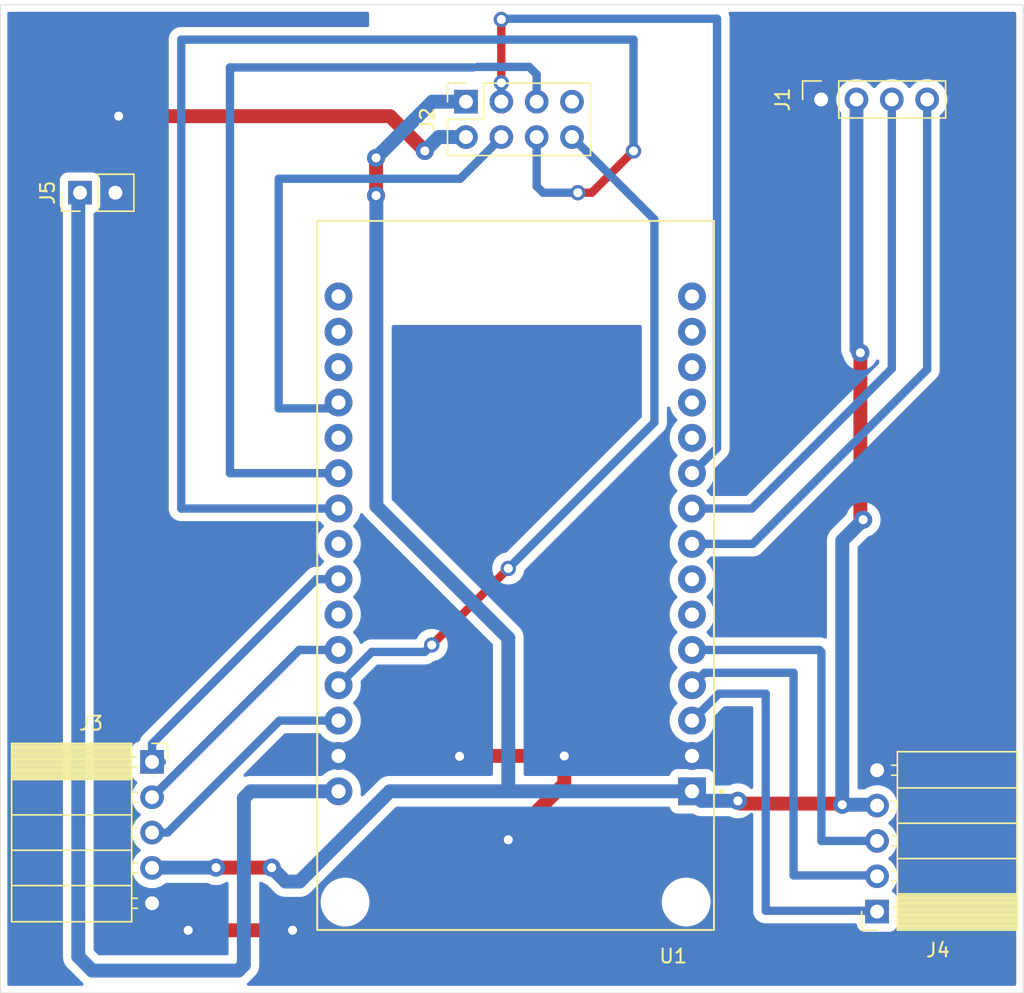
<source format=kicad_pcb>
(kicad_pcb (version 20240108) (generator "pcbnew") (generator_version "8.0")
  (layers (0 "F.Cu" signal) (31 "B.Cu" signal) (34 "B.Paste" user) (35 "F.Paste" user) (36 "B.SilkS" user "B.Silkscreen") (37 "F.SilkS" user "F.Silkscreen") (38 "B.Mask" user) (39 "F.Mask" user) (44 "Edge.Cuts" user))
  (net 0 "")
  (net 1 "+3.3V")
  (net 2 "GND")
  (net 3 "/sda")
  (net 4 "/scl")
  (net 5 "/Boton_M")
  (net 6 "/VRX_M")
  (net 7 "/Boton_A")
  (net 12 "+5V")
  (net 17 "/SCK")
  (net 18 "/MISO")
  (net 19 "/CE")
  (net 20 "/CSN")
  (net 21 "/MOSI")
  (net 23 "/VRY_M")
  (net 24 "/VRX_A")
  (net 25 "/VRY_A")
  (net 29 "unconnected-(U1-D21-Pad11)")
  (footprint "Connector_PinSocket_2.54mm:PinSocket_1x05_P2.54mm_Horizontal" (layer "F.Cu") (at 92.9 104.4)
    (property "Reference" "J3" (at -4.38 -2.77 0) (layer "F.SilkS"))
    (property "Value" "joystick motor")
    (fp_line (start -10.09 -1.33) (end -10.09 11.49) (stroke (width 0.12)) (layer "F.SilkS"))
    (fp_line (start -10.09 -1.33) (end -1.46 -1.33) (stroke (width 0.12)) (layer "F.SilkS"))
    (fp_line (start -10.09 -1.21) (end -1.46 -1.21) (stroke (width 0.12)) (layer "F.SilkS"))
    (fp_line (start -10.09 -1.091905) (end -1.46 -1.091905) (stroke (width 0.12)) (layer "F.SilkS"))
    (fp_line (start -10.09 -0.97381) (end -1.46 -0.97381) (stroke (width 0.12)) (layer "F.SilkS"))
    (fp_line (start -10.09 -0.855715) (end -1.46 -0.855715) (stroke (width 0.12)) (layer "F.SilkS"))
    (fp_line (start -10.09 -0.73762) (end -1.46 -0.73762) (stroke (width 0.12)) (layer "F.SilkS"))
    (fp_line (start -10.09 -0.619525) (end -1.46 -0.619525) (stroke (width 0.12)) (layer "F.SilkS"))
    (fp_line (start -10.09 -0.50143) (end -1.46 -0.50143) (stroke (width 0.12)) (layer "F.SilkS"))
    (fp_line (start -10.09 -0.383335) (end -1.46 -0.383335) (stroke (width 0.12)) (layer "F.SilkS"))
    (fp_line (start -10.09 -0.26524) (end -1.46 -0.26524) (stroke (width 0.12)) (layer "F.SilkS"))
    (fp_line (start -10.09 -0.147145) (end -1.46 -0.147145) (stroke (width 0.12)) (layer "F.SilkS"))
    (fp_line (start -10.09 -0.02905) (end -1.46 -0.02905) (stroke (width 0.12)) (layer "F.SilkS"))
    (fp_line (start -10.09 0.089045) (end -1.46 0.089045) (stroke (width 0.12)) (layer "F.SilkS"))
    (fp_line (start -10.09 0.20714) (end -1.46 0.20714) (stroke (width 0.12)) (layer "F.SilkS"))
    (fp_line (start -10.09 0.325235) (end -1.46 0.325235) (stroke (width 0.12)) (layer "F.SilkS"))
    (fp_line (start -10.09 0.44333) (end -1.46 0.44333) (stroke (width 0.12)) (layer "F.SilkS"))
    (fp_line (start -10.09 0.561425) (end -1.46 0.561425) (stroke (width 0.12)) (layer "F.SilkS"))
    (fp_line (start -10.09 0.67952) (end -1.46 0.67952) (stroke (width 0.12)) (layer "F.SilkS"))
    (fp_line (start -10.09 0.797615) (end -1.46 0.797615) (stroke (width 0.12)) (layer "F.SilkS"))
    (fp_line (start -10.09 0.91571) (end -1.46 0.91571) (stroke (width 0.12)) (layer "F.SilkS"))
    (fp_line (start -10.09 1.033805) (end -1.46 1.033805) (stroke (width 0.12)) (layer "F.SilkS"))
    (fp_line (start -10.09 1.1519) (end -1.46 1.1519) (stroke (width 0.12)) (layer "F.SilkS"))
    (fp_line (start -10.09 1.27) (end -1.46 1.27) (stroke (width 0.12)) (layer "F.SilkS"))
    (fp_line (start -10.09 3.81) (end -1.46 3.81) (stroke (width 0.12)) (layer "F.SilkS"))
    (fp_line (start -10.09 6.35) (end -1.46 6.35) (stroke (width 0.12)) (layer "F.SilkS"))
    (fp_line (start -10.09 8.89) (end -1.46 8.89) (stroke (width 0.12)) (layer "F.SilkS"))
    (fp_line (start -10.09 11.49) (end -1.46 11.49) (stroke (width 0.12)) (layer "F.SilkS"))
    (fp_line (start -1.46 -1.33) (end -1.46 11.49) (stroke (width 0.12)) (layer "F.SilkS"))
    (fp_line (start -1.46 -0.36) (end -1.11 -0.36) (stroke (width 0.12)) (layer "F.SilkS"))
    (fp_line (start -1.46 0.36) (end -1.11 0.36) (stroke (width 0.12)) (layer "F.SilkS"))
    (fp_line (start -1.46 2.18) (end -1.05 2.18) (stroke (width 0.12)) (layer "F.SilkS"))
    (fp_line (start -1.46 2.9) (end -1.05 2.9) (stroke (width 0.12)) (layer "F.SilkS"))
    (fp_line (start -1.46 4.72) (end -1.05 4.72) (stroke (width 0.12)) (layer "F.SilkS"))
    (fp_line (start -1.46 5.44) (end -1.05 5.44) (stroke (width 0.12)) (layer "F.SilkS"))
    (fp_line (start -1.46 7.26) (end -1.05 7.26) (stroke (width 0.12)) (layer "F.SilkS"))
    (fp_line (start -1.46 7.98) (end -1.05 7.98) (stroke (width 0.12)) (layer "F.SilkS"))
    (fp_line (start -1.46 9.8) (end -1.05 9.8) (stroke (width 0.12)) (layer "F.SilkS"))
    (fp_line (start -1.46 10.52) (end -1.05 10.52) (stroke (width 0.12)) (layer "F.SilkS"))
    (fp_line (start 0 -1.33) (end 1.11 -1.33) (stroke (width 0.12)) (layer "F.SilkS"))
    (fp_line (start 1.11 -1.33) (end 1.11 0) (stroke (width 0.12)) (layer "F.SilkS"))
    (pad "1" thru_hole rect (at 0 0) (size 1.7 1.7) (drill 1) (layers "*.Cu" "*.Mask") (net 5 "/Boton_M"))
    (pad "2" thru_hole oval (at 0 2.54) (size 1.7 1.7) (drill 1) (layers "*.Cu" "*.Mask") (net 23 "/VRY_M"))
    (pad "3" thru_hole oval (at 0 5.08) (size 1.7 1.7) (drill 1) (layers "*.Cu" "*.Mask") (net 6 "/VRX_M"))
    (pad "4" thru_hole oval (at 0 7.62) (size 1.7 1.7) (drill 1) (layers "*.Cu" "*.Mask") (net 1 "+3.3V"))
    (pad "5" thru_hole oval (at 0 10.16) (size 1.7 1.7) (drill 1) (layers "*.Cu" "*.Mask") (net 2 "GND"))
  )
  (footprint "Connector_PinSocket_2.54mm:PinSocket_1x05_P2.54mm_Horizontal" (layer "F.Cu") (at 145 115.16 180)
    (property "Reference" "J4" (at -4.38 -2.77 0) (layer "F.SilkS"))
    (property "Value" "joystick alas")
    (fp_line (start 1.11 -1.33) (end 1.11 0) (stroke (width 0.12)) (layer "F.SilkS"))
    (fp_line (start 0 -1.33) (end 1.11 -1.33) (stroke (width 0.12)) (layer "F.SilkS"))
    (fp_line (start -1.46 10.52) (end -1.05 10.52) (stroke (width 0.12)) (layer "F.SilkS"))
    (fp_line (start -1.46 9.8) (end -1.05 9.8) (stroke (width 0.12)) (layer "F.SilkS"))
    (fp_line (start -1.46 7.98) (end -1.05 7.98) (stroke (width 0.12)) (layer "F.SilkS"))
    (fp_line (start -1.46 7.26) (end -1.05 7.26) (stroke (width 0.12)) (layer "F.SilkS"))
    (fp_line (start -1.46 5.44) (end -1.05 5.44) (stroke (width 0.12)) (layer "F.SilkS"))
    (fp_line (start -1.46 4.72) (end -1.05 4.72) (stroke (width 0.12)) (layer "F.SilkS"))
    (fp_line (start -1.46 2.9) (end -1.05 2.9) (stroke (width 0.12)) (layer "F.SilkS"))
    (fp_line (start -1.46 2.18) (end -1.05 2.18) (stroke (width 0.12)) (layer "F.SilkS"))
    (fp_line (start -1.46 0.36) (end -1.11 0.36) (stroke (width 0.12)) (layer "F.SilkS"))
    (fp_line (start -1.46 -0.36) (end -1.11 -0.36) (stroke (width 0.12)) (layer "F.SilkS"))
    (fp_line (start -1.46 -1.33) (end -1.46 11.49) (stroke (width 0.12)) (layer "F.SilkS"))
    (fp_line (start -10.09 11.49) (end -1.46 11.49) (stroke (width 0.12)) (layer "F.SilkS"))
    (fp_line (start -10.09 8.89) (end -1.46 8.89) (stroke (width 0.12)) (layer "F.SilkS"))
    (fp_line (start -10.09 6.35) (end -1.46 6.35) (stroke (width 0.12)) (layer "F.SilkS"))
    (fp_line (start -10.09 3.81) (end -1.46 3.81) (stroke (width 0.12)) (layer "F.SilkS"))
    (fp_line (start -10.09 1.27) (end -1.46 1.27) (stroke (width 0.12)) (layer "F.SilkS"))
    (fp_line (start -10.09 1.1519) (end -1.46 1.1519) (stroke (width 0.12)) (layer "F.SilkS"))
    (fp_line (start -10.09 1.033805) (end -1.46 1.033805) (stroke (width 0.12)) (layer "F.SilkS"))
    (fp_line (start -10.09 0.91571) (end -1.46 0.91571) (stroke (width 0.12)) (layer "F.SilkS"))
    (fp_line (start -10.09 0.797615) (end -1.46 0.797615) (stroke (width 0.12)) (layer "F.SilkS"))
    (fp_line (start -10.09 0.67952) (end -1.46 0.67952) (stroke (width 0.12)) (layer "F.SilkS"))
    (fp_line (start -10.09 0.561425) (end -1.46 0.561425) (stroke (width 0.12)) (layer "F.SilkS"))
    (fp_line (start -10.09 0.44333) (end -1.46 0.44333) (stroke (width 0.12)) (layer "F.SilkS"))
    (fp_line (start -10.09 0.325235) (end -1.46 0.325235) (stroke (width 0.12)) (layer "F.SilkS"))
    (fp_line (start -10.09 0.20714) (end -1.46 0.20714) (stroke (width 0.12)) (layer "F.SilkS"))
    (fp_line (start -10.09 0.089045) (end -1.46 0.089045) (stroke (width 0.12)) (layer "F.SilkS"))
    (fp_line (start -10.09 -0.02905) (end -1.46 -0.02905) (stroke (width 0.12)) (layer "F.SilkS"))
    (fp_line (start -10.09 -0.147145) (end -1.46 -0.147145) (stroke (width 0.12)) (layer "F.SilkS"))
    (fp_line (start -10.09 -0.26524) (end -1.46 -0.26524) (stroke (width 0.12)) (layer "F.SilkS"))
    (fp_line (start -10.09 -0.383335) (end -1.46 -0.383335) (stroke (width 0.12)) (layer "F.SilkS"))
    (fp_line (start -10.09 -0.50143) (end -1.46 -0.50143) (stroke (width 0.12)) (layer "F.SilkS"))
    (fp_line (start -10.09 -0.619525) (end -1.46 -0.619525) (stroke (width 0.12)) (layer "F.SilkS"))
    (fp_line (start -10.09 -0.73762) (end -1.46 -0.73762) (stroke (width 0.12)) (layer "F.SilkS"))
    (fp_line (start -10.09 -0.855715) (end -1.46 -0.855715) (stroke (width 0.12)) (layer "F.SilkS"))
    (fp_line (start -10.09 -0.97381) (end -1.46 -0.97381) (stroke (width 0.12)) (layer "F.SilkS"))
    (fp_line (start -10.09 -1.091905) (end -1.46 -1.091905) (stroke (width 0.12)) (layer "F.SilkS"))
    (fp_line (start -10.09 -1.21) (end -1.46 -1.21) (stroke (width 0.12)) (layer "F.SilkS"))
    (fp_line (start -10.09 -1.33) (end -1.46 -1.33) (stroke (width 0.12)) (layer "F.SilkS"))
    (fp_line (start -10.09 -1.33) (end -10.09 11.49) (stroke (width 0.12)) (layer "F.SilkS"))
    (pad "1" thru_hole rect (at 0 0 180) (size 1.7 1.7) (drill 1) (layers "*.Cu" "*.Mask") (net 7 "/Boton_A"))
    (pad "2" thru_hole oval (at 0 2.54 180) (size 1.7 1.7) (drill 1) (layers "*.Cu" "*.Mask") (net 25 "/VRY_A"))
    (pad "3" thru_hole oval (at 0 5.08 180) (size 1.7 1.7) (drill 1) (layers "*.Cu" "*.Mask") (net 24 "/VRX_A"))
    (pad "4" thru_hole oval (at 0 7.62 180) (size 1.7 1.7) (drill 1) (layers "*.Cu" "*.Mask") (net 1 "+3.3V"))
    (pad "5" thru_hole oval (at 0 10.16 180) (size 1.7 1.7) (drill 1) (layers "*.Cu" "*.Mask") (net 2 "GND"))
  )
  (footprint "ESP32 simbolos:MODULE_ESP32_DEVKIT_V1" (layer "F.Cu") (at 119 91 180)
    (property "Reference" "U1" (at -11.355 -27.36 0) (layer "F.SilkS"))
    (property "Value" "ESP32-DEVKIT-V1")
    (fp_line (start 14.23 25.475) (end -14.28 25.475) (stroke (width 0.127)) (layer "F.SilkS"))
    (fp_line (start 14.23 -25.475) (end 14.23 25.475) (stroke (width 0.127)) (layer "F.SilkS"))
    (fp_line (start 14.23 -25.475) (end 14.23 25.475) (stroke (width 0.127)) (layer "F.SilkS"))
    (fp_line (start 8.78 25.475) (end 14.23 25.475) (stroke (width 0.127)) (layer "F.SilkS"))
    (fp_line (start 3.5 -25.475) (end 14.23 -25.475) (stroke (width 0.127)) (layer "F.SilkS"))
    (fp_line (start -3.211 -25.475) (end 3.5 -25.475) (stroke (width 0.127)) (layer "F.SilkS"))
    (fp_line (start -8.91 25.475) (end 8.78 25.475) (stroke (width 0.127)) (layer "F.SilkS"))
    (fp_line (start -14.28 25.475) (end -8.91 25.475) (stroke (width 0.127)) (layer "F.SilkS"))
    (fp_line (start -14.28 25.475) (end -14.28 -25.475) (stroke (width 0.127)) (layer "F.SilkS"))
    (fp_line (start -14.28 25.475) (end -14.28 -25.475) (stroke (width 0.127)) (layer "F.SilkS"))
    (fp_line (start -14.28 -25.475) (end 14.23 -25.475) (stroke (width 0.127)) (layer "F.SilkS"))
    (fp_line (start -14.28 -25.475) (end -3.211 -25.475) (stroke (width 0.127)) (layer "F.SilkS"))
    (fp_circle (center -14.85 -15.515) (end -14.75 -15.515) (stroke (width 0.2)) (fill none) (layer "F.SilkS"))
    (pad "" np_thru_hole circle (at -12.28 -23.475 180) (size 3 3) (drill 3) (layers "*.Cu" "*.Mask"))
    (pad "" np_thru_hole circle (at -12.28 23.475 180) (size 3 3) (drill 3) (layers "*.Cu" "*.Mask"))
    (pad "" np_thru_hole circle (at 12.23 -23.475 180) (size 3 3) (drill 3) (layers "*.Cu" "*.Mask"))
    (pad "" np_thru_hole circle (at 12.23 23.475 180) (size 3 3) (drill 3) (layers "*.Cu" "*.Mask"))
    (pad "1" thru_hole rect (at -12.7 -15.515 180) (size 2 2) (drill 1.02) (layers "*.Cu" "*.Mask") (net 1 "+3.3V"))
    (pad "2" thru_hole circle (at -12.7 -12.975 180) (size 2 2) (drill 1.02) (layers "*.Cu" "*.Mask") (net 2 "GND"))
    (pad "3" thru_hole circle (at -12.7 -10.435 180) (size 2 2) (drill 1.02) (layers "*.Cu" "*.Mask") (net 7 "/Boton_A"))
    (pad "4" thru_hole circle (at -12.7 -7.895 180) (size 2 2) (drill 1.02) (layers "*.Cu" "*.Mask") (net 25 "/VRY_A"))
    (pad "5" thru_hole circle (at -12.7 -5.355 180) (size 2 2) (drill 1.02) (layers "*.Cu" "*.Mask") (net 24 "/VRX_A"))
    (pad "6" thru_hole circle (at -12.7 -2.815 180) (size 2 2) (drill 1.02) (layers "*.Cu" "*.Mask"))
    (pad "7" thru_hole circle (at -12.7 -0.275 180) (size 2 2) (drill 1.02) (layers "*.Cu" "*.Mask"))
    (pad "8" thru_hole circle (at -12.7 2.265 180) (size 2 2) (drill 1.02) (layers "*.Cu" "*.Mask") (net 3 "/sda"))
    (pad "9" thru_hole circle (at -12.7 4.805 180) (size 2 2) (drill 1.02) (layers "*.Cu" "*.Mask") (net 4 "/scl"))
    (pad "10" thru_hole circle (at -12.7 7.345 180) (size 2 2) (drill 1.02) (layers "*.Cu" "*.Mask") (net 20 "/CSN"))
    (pad "11" thru_hole circle (at -12.7 9.885 180) (size 2 2) (drill 1.02) (layers "*.Cu" "*.Mask") (net 29 "unconnected-(U1-D21-Pad11)"))
    (pad "12" thru_hole circle (at -12.7 12.425 180) (size 2 2) (drill 1.02) (layers "*.Cu" "*.Mask"))
    (pad "13" thru_hole circle (at -12.7 14.965 180) (size 2 2) (drill 1.02) (layers "*.Cu" "*.Mask"))
    (pad "14" thru_hole circle (at -12.7 17.505 180) (size 2 2) (drill 1.02) (layers "*.Cu" "*.Mask"))
    (pad "15" thru_hole circle (at -12.7 20.045 180) (size 2 2) (drill 1.02) (layers "*.Cu" "*.Mask"))
    (pad "16" thru_hole circle (at 12.7 20.045 180) (size 2 2) (drill 1.02) (layers "*.Cu" "*.Mask"))
    (pad "17" thru_hole circle (at 12.7 17.505 180) (size 2 2) (drill 1.02) (layers "*.Cu" "*.Mask"))
    (pad "18" thru_hole circle (at 12.7 14.965 180) (size 2 2) (drill 1.02) (layers "*.Cu" "*.Mask"))
    (pad "19" thru_hole circle (at 12.7 12.425 180) (size 2 2) (drill 1.02) (layers "*.Cu" "*.Mask") (net 19 "/CE"))
    (pad "20" thru_hole circle (at 12.7 9.885 180) (size 2 2) (drill 1.02) (layers "*.Cu" "*.Mask"))
    (pad "21" thru_hole circle (at 12.7 7.345 180) (size 2 2) (drill 1.02) (layers "*.Cu" "*.Mask") (net 21 "/MOSI"))
    (pad "22" thru_hole circle (at 12.7 4.805 180) (size 2 2) (drill 1.02) (layers "*.Cu" "*.Mask") (net 17 "/SCK"))
    (pad "23" thru_hole circle (at 12.7 2.265 180) (size 2 2) (drill 1.02) (layers "*.Cu" "*.Mask"))
    (pad "24" thru_hole circle (at 12.7 -0.275 180) (size 2 2) (drill 1.02) (layers "*.Cu" "*.Mask") (net 5 "/Boton_M"))
    (pad "25" thru_hole circle (at 12.7 -2.815 180) (size 2 2) (drill 1.02) (layers "*.Cu" "*.Mask"))
    (pad "26" thru_hole circle (at 12.7 -5.355 180) (size 2 2) (drill 1.02) (layers "*.Cu" "*.Mask") (net 23 "/VRY_M"))
    (pad "27" thru_hole circle (at 12.7 -7.895 180) (size 2 2) (drill 1.02) (layers "*.Cu" "*.Mask") (net 18 "/MISO"))
    (pad "28" thru_hole circle (at 12.7 -10.435 180) (size 2 2) (drill 1.02) (layers "*.Cu" "*.Mask") (net 6 "/VRX_M"))
    (pad "29" thru_hole circle (at 12.7 -12.975 180) (size 2 2) (drill 1.02) (layers "*.Cu" "*.Mask") (net 2 "GND"))
    (pad "30" thru_hole circle (at 12.7 -15.515 180) (size 2 2) (drill 1.02) (layers "*.Cu" "*.Mask") (net 12 "+5V"))
    (zone (net 0) (net_name "") (layer "B.Cu") (connect_pads (clearance 0)) (min_thickness 0.01)
      (keepout (tracks not_allowed) (vias not_allowed) (pads not_allowed) (copperpour not_allowed) (footprints allowed))
      (fill (thermal_gap 0.508) (thermal_bridge_width 0.508))
      (polygon (pts (xy 127.91 72.015) (xy 110.22 72.015) (xy 110.22 65.525) (xy 127.91 65.525)))
    )
  )
  (footprint "Connector_PinSocket_2.54mm:PinSocket_2x04_P2.54mm_Vertical" (layer "F.Cu") (at 115.46 56.96 90)
    (property "Reference" "J2" (at -1.27 -2.77 90) (layer "F.SilkS"))
    (property "Value" "Conn_02x04_Odd_Even")
    (fp_line (start 1.33 -1.33) (end 1.33 0) (stroke (width 0.12)) (layer "F.SilkS"))
    (fp_line (start 0 -1.33) (end 1.33 -1.33) (stroke (width 0.12)) (layer "F.SilkS"))
    (fp_line (start -1.27 -1.33) (end -1.27 1.27) (stroke (width 0.12)) (layer "F.SilkS"))
    (fp_line (start -3.87 -1.33) (end -1.27 -1.33) (stroke (width 0.12)) (layer "F.SilkS"))
    (fp_line (start -3.87 -1.33) (end -3.87 8.95) (stroke (width 0.12)) (layer "F.SilkS"))
    (fp_line (start 1.33 1.27) (end 1.33 8.95) (stroke (width 0.12)) (layer "F.SilkS"))
    (fp_line (start -1.27 1.27) (end 1.33 1.27) (stroke (width 0.12)) (layer "F.SilkS"))
    (fp_line (start -3.87 8.95) (end 1.33 8.95) (stroke (width 0.12)) (layer "F.SilkS"))
    (pad "1" thru_hole rect (at 0 0 90) (size 1.7 1.7) (drill 1) (layers "*.Cu" "*.Mask") (net 1 "+3.3V"))
    (pad "2" thru_hole oval (at -2.54 0 90) (size 1.7 1.7) (drill 1) (layers "*.Cu" "*.Mask") (net 2 "GND"))
    (pad "3" thru_hole oval (at 0 2.54 90) (size 1.7 1.7) (drill 1) (layers "*.Cu" "*.Mask") (net 20 "/CSN"))
    (pad "4" thru_hole oval (at -2.54 2.54 90) (size 1.7 1.7) (drill 1) (layers "*.Cu" "*.Mask") (net 19 "/CE"))
    (pad "5" thru_hole oval (at 0 5.08 90) (size 1.7 1.7) (drill 1) (layers "*.Cu" "*.Mask") (net 21 "/MOSI"))
    (pad "6" thru_hole oval (at -2.54 5.08 90) (size 1.7 1.7) (drill 1) (layers "*.Cu" "*.Mask") (net 17 "/SCK"))
    (pad "7" thru_hole oval (at 0 7.62 90) (size 1.7 1.7) (drill 1) (layers "*.Cu" "*.Mask"))
    (pad "8" thru_hole oval (at -2.54 7.62 90) (size 1.7 1.7) (drill 1) (layers "*.Cu" "*.Mask") (net 18 "/MISO"))
  )
  (footprint "Connector_PinHeader_2.54mm:PinHeader_1x02_P2.54mm_Vertical" (layer "F.Cu") (at 87.725 63.5 90)
    (property "Reference" "J5" (at 0 -2.33 90) (layer "F.SilkS"))
    (property "Value" "Conn_01x02_Pin")
    (fp_line (start -1.33 -1.33) (end 0 -1.33) (stroke (width 0.12)) (layer "F.SilkS"))
    (fp_line (start -1.33 0) (end -1.33 -1.33) (stroke (width 0.12)) (layer "F.SilkS"))
    (fp_line (start 1.33 1.27) (end 1.33 3.87) (stroke (width 0.12)) (layer "F.SilkS"))
    (fp_line (start -1.33 1.27) (end 1.33 1.27) (stroke (width 0.12)) (layer "F.SilkS"))
    (fp_line (start -1.33 1.27) (end -1.33 3.87) (stroke (width 0.12)) (layer "F.SilkS"))
    (fp_line (start -1.33 3.87) (end 1.33 3.87) (stroke (width 0.12)) (layer "F.SilkS"))
    (pad "1" thru_hole rect (at 0 0 90) (size 1.7 1.7) (drill 1) (layers "*.Cu" "*.Mask") (net 12 "+5V"))
    (pad "2" thru_hole oval (at 0 2.54 90) (size 1.7 1.7) (drill 1) (layers "*.Cu" "*.Mask") (net 2 "GND"))
  )
  (footprint "Connector_PinSocket_2.54mm:PinSocket_1x04_P2.54mm_Vertical" (layer "F.Cu") (at 140.98 56.8 90)
    (property "Reference" "J1" (at 0 -2.77 90) (layer "F.SilkS"))
    (property "Value" "pantalla oled")
    (fp_line (start 1.33 -1.33) (end 1.33 0) (stroke (width 0.12)) (layer "F.SilkS"))
    (fp_line (start 0 -1.33) (end 1.33 -1.33) (stroke (width 0.12)) (layer "F.SilkS"))
    (fp_line (start 1.33 1.27) (end 1.33 8.95) (stroke (width 0.12)) (layer "F.SilkS"))
    (fp_line (start -1.33 1.27) (end 1.33 1.27) (stroke (width 0.12)) (layer "F.SilkS"))
    (fp_line (start -1.33 1.27) (end -1.33 8.95) (stroke (width 0.12)) (layer "F.SilkS"))
    (fp_line (start -1.33 8.95) (end 1.33 8.95) (stroke (width 0.12)) (layer "F.SilkS"))
    (pad "1" thru_hole rect (at 0 0 90) (size 1.7 1.7) (drill 1) (layers "*.Cu" "*.Mask") (net 2 "GND"))
    (pad "2" thru_hole oval (at 0 2.54 90) (size 1.7 1.7) (drill 1) (layers "*.Cu" "*.Mask") (net 1 "+3.3V"))
    (pad "3" thru_hole oval (at 0 5.08 90) (size 1.7 1.7) (drill 1) (layers "*.Cu" "*.Mask") (net 4 "/scl"))
    (pad "4" thru_hole oval (at 0 7.62 90) (size 1.7 1.7) (drill 1) (layers "*.Cu" "*.Mask") (net 3 "/sda"))
  )
  (gr_rect (start 82 50) (end 155.5 121) (stroke (width 0.05)) (fill none) (layer "Edge.Cuts"))
  (segment (start 143.8 86.8) (end 143.8 75) (width 1) (layer "F.Cu") (net 1))
  (segment (start 142.42 107.4) (end 135.2 107.4) (width 1) (layer "F.Cu") (net 1))
  (segment (start 135.2 107.4) (end 135 107.2) (width 1) (layer "F.Cu") (net 1))
  (segment (start 144 87) (end 143.8 86.8) (width 1) (layer "F.Cu") (net 1))
  (segment (start 109 61) (end 109 63.704) (width 1) (layer "F.Cu") (net 1))
  (segment (start 142.5 107.48) (end 142.42 107.4) (width 1) (layer "F.Cu") (net 1))
  (segment (start 101.5 112) (end 97.5 112) (width 1) (layer "F.Cu") (net 1))
  (via (at 101.5 112) (size 1.3) (drill 0.65) (layers "F.Cu" "B.Cu") (net 1))
  (via (at 97.5 112) (size 1.3) (drill 0.65) (layers "F.Cu" "B.Cu") (net 1))
  (via (at 143.8 75) (size 1.3) (drill 0.65) (layers "F.Cu" "B.Cu") (net 1))
  (via (at 144 87) (size 1.3) (drill 0.65) (layers "F.Cu" "B.Cu") (net 1))
  (via (at 109 61) (size 1.3) (drill 0.65) (layers "F.Cu" "B.Cu") (net 1))
  (via (at 142.5 107.48) (size 1.3) (drill 0.65) (layers "F.Cu" "B.Cu") (net 1))
  (via (at 135 107.2) (size 1.3) (drill 0.65) (layers "F.Cu" "B.Cu") (net 1))
  (via (at 109 63.704) (size 1.3) (drill 0.65) (layers "F.Cu" "B.Cu") (net 1))
  (segment (start 143.52 56.8) (end 143.52 74.72) (width 1) (layer "B.Cu") (net 1))
  (segment (start 102.5 113) (end 103.5 113) (width 1) (layer "B.Cu") (net 1))
  (segment (start 135 107.2) (end 132.385 107.2) (width 1) (layer "B.Cu") (net 1))
  (segment (start 131.7 106.515) (end 118.5 106.515) (width 1) (layer "B.Cu") (net 1))
  (segment (start 97.5 112) (end 92.92 112) (width 1) (layer "B.Cu") (net 1))
  (segment (start 109.02 63.724) (end 109.02 86.02) (width 1) (layer "B.Cu") (net 1))
  (segment (start 113.04 56.96) (end 109 61) (width 1) (layer "B.Cu") (net 1))
  (segment (start 142.5 107.48) (end 144.94 107.48) (width 1) (layer "B.Cu") (net 1))
  (segment (start 109 63.704) (end 109.02 63.724) (width 1) (layer "B.Cu") (net 1))
  (segment (start 109.02 86.02) (end 118.5 95.5) (width 1) (layer "B.Cu") (net 1))
  (segment (start 92.92 112) (end 92.9 112.02) (width 1) (layer "B.Cu") (net 1))
  (segment (start 142.5 88.5) (end 144 87) (width 1) (layer "B.Cu") (net 1))
  (segment (start 142.5 107.48) (end 142.5 88.5) (width 1) (layer "B.Cu") (net 1))
  (segment (start 109.985 106.515) (end 118.5 106.515) (width 1) (layer "B.Cu") (net 1))
  (segment (start 101.5 112) (end 102.5 113) (width 1) (layer "B.Cu") (net 1))
  (segment (start 132.385 107.2) (end 131.7 106.515) (width 1) (layer "B.Cu") (net 1))
  (segment (start 118.5 95.5) (end 118.5 106.515) (width 1) (layer "B.Cu") (net 1))
  (segment (start 144.94 107.48) (end 145 107.54) (width 1) (layer "B.Cu") (net 1))
  (segment (start 103.5 113) (end 109.985 106.515) (width 1) (layer "B.Cu") (net 1))
  (segment (start 143.52 74.72) (end 143.8 75) (width 1) (layer "B.Cu") (net 1))
  (segment (start 115.46 56.96) (end 113.04 56.96) (width 1) (layer "B.Cu") (net 1))
  (segment (start 115.025 103.975) (end 115 104) (width 1) (layer "F.Cu") (net 2))
  (segment (start 122.525 105.975) (end 118.5 110) (width 1) (layer "F.Cu") (net 2))
  (segment (start 115.46 59.5) (end 115.2525 59.7075) (width 1) (layer "F.Cu") (net 2))
  (segment (start 103 116.5) (end 95.5 116.5) (width 1) (layer "F.Cu") (net 2))
  (segment (start 90.5 58) (end 110 58) (width 1) (layer "F.Cu") (net 2))
  (segment (start 122.525 103.975) (end 122.525 105.975) (width 1) (layer "F.Cu") (net 2))
  (segment (start 110 58) (end 112.5 60.5) (width 1) (layer "F.Cu") (net 2))
  (segment (start 122.525 103.975) (end 115.025 103.975) (width 1) (layer "F.Cu") (net 2))
  (via (at 90.5 58) (size 1.3) (drill 0.65) (layers "F.Cu" "B.Cu") (net 2))
  (via (at 115 104) (size 1.3) (drill 0.65) (layers "F.Cu" "B.Cu") (net 2))
  (via (at 118.5 110) (size 1.3) (drill 0.65) (layers "F.Cu" "B.Cu") (net 2))
  (via (at 122.525 103.975) (size 1.3) (drill 0.65) (layers "F.Cu" "B.Cu") (net 2))
  (via (at 103 116.5) (size 1.3) (drill 0.65) (layers "F.Cu" "B.Cu") (net 2))
  (via (at 112.5 60.5) (size 1.3) (drill 0.65) (layers "F.Cu" "B.Cu") (net 2))
  (via (at 95.5 116.5) (size 1.3) (drill 0.65) (layers "F.Cu" "B.Cu") (net 2))
  (segment (start 113.5 59.5) (end 112.5 60.5) (width 1) (layer "B.Cu") (net 2))
  (segment (start 115.46 59.5) (end 113.5 59.5) (width 1) (layer "B.Cu") (net 2))
  (segment (start 122.5 104) (end 122.525 103.975) (width 1) (layer "B.Cu") (net 2))
  (segment (start 148.6 76.2) (end 136.065 88.735) (width 0.6) (layer "B.Cu") (net 3))
  (segment (start 148.6 56.8) (end 148.6 76.2) (width 0.6) (layer "B.Cu") (net 3))
  (segment (start 136.065 88.735) (end 131.7 88.735) (width 0.6) (layer "B.Cu") (net 3))
  (segment (start 146.06 56.8) (end 146.06 76.14) (width 0.6) (layer "B.Cu") (net 4))
  (segment (start 136.005 86.195) (end 131.7 86.195) (width 0.6) (layer "B.Cu") (net 4))
  (segment (start 146.06 76.14) (end 136.005 86.195) (width 0.6) (layer "B.Cu") (net 4))
  (segment (start 92.9 104.4) (end 93.6 104.4) (width 0.6) (layer "B.Cu") (net 5))
  (segment (start 92.9 104.4) (end 92.9 103.1) (width 0.6) (layer "B.Cu") (net 5))
  (segment (start 104.725 91.275) (end 106.3 91.275) (width 0.6) (layer "B.Cu") (net 5))
  (segment (start 92.9 103.1) (end 104.725 91.275) (width 0.6) (layer "B.Cu") (net 5))
  (segment (start 92.9 109.48) (end 94.02 109.48) (width 0.6) (layer "B.Cu") (net 6))
  (segment (start 94.02 109.48) (end 102.065 101.435) (width 0.6) (layer "B.Cu") (net 6))
  (segment (start 102.065 101.435) (end 106.3 101.435) (width 0.6) (layer "B.Cu") (net 6))
  (segment (start 137 115.1) (end 144.94 115.1) (width 0.6) (layer "B.Cu") (net 7))
  (segment (start 137 99.5) (end 137 115.1) (width 0.6) (layer "B.Cu") (net 7))
  (segment (start 133.635 99.5) (end 137 99.5) (width 0.6) (layer "B.Cu") (net 7))
  (segment (start 144.94 115.1) (end 145 115.16) (width 0.6) (layer "B.Cu") (net 7))
  (segment (start 131.7 101.435) (end 133.635 99.5) (width 0.6) (layer "B.Cu") (net 7))
  (segment (start 99.5 119) (end 99.5 107) (width 1) (layer "B.Cu") (net 12))
  (segment (start 88.6 119.4) (end 99.1 119.4) (width 1) (layer "B.Cu") (net 12))
  (segment (start 87.6 118.4) (end 88.6 119.4) (width 1) (layer "B.Cu") (net 12))
  (segment (start 99.5 107) (end 99.985 106.515) (width 1) (layer "B.Cu") (net 12))
  (segment (start 87.6 63.625) (end 87.6 118.4) (width 1) (layer "B.Cu") (net 12))
  (segment (start 99.985 106.515) (end 106.3 106.515) (width 1) (layer "B.Cu") (net 12))
  (segment (start 99.1 119.4) (end 99.5 119) (width 1) (layer "B.Cu") (net 12))
  (segment (start 87.75 63.475) (end 87.6 63.625) (width 1) (layer "B.Cu") (net 12))
  (segment (start 123.5 63.5) (end 124.5 63.5) (width 0.6) (layer "F.Cu") (net 17))
  (segment (start 124.5 63.5) (end 127.5 60.5) (width 0.6) (layer "F.Cu") (net 17))
  (via (at 127.5 60.5) (size 1.1) (drill 0.65) (layers "F.Cu" "B.Cu") (net 17))
  (via (at 123.5 63.5) (size 1.1) (drill 0.65) (layers "F.Cu" "B.Cu") (net 17))
  (segment (start 120.877262 59.54) (end 120.54 59.54) (width 0.6) (layer "B.Cu") (net 17))
  (segment (start 95 52.5) (end 95 86.195) (width 0.6) (layer "B.Cu") (net 17))
  (segment (start 127.5 52.5) (end 95 52.5) (width 0.6) (layer "B.Cu") (net 17))
  (segment (start 121 63.5) (end 123.5 63.5) (width 0.6) (layer "B.Cu") (net 17))
  (segment (start 120.54 63.04) (end 121 63.5) (width 0.6) (layer "B.Cu") (net 17))
  (segment (start 120.54 59.5) (end 120.54 63.04) (width 0.6) (layer "B.Cu") (net 17))
  (segment (start 120.54 59.54) (end 120.24 59.84) (width 0.6) (layer "B.Cu") (net 17))
  (segment (start 95 86.195) (end 106.3 86.195) (width 0.6) (layer "B.Cu") (net 17))
  (segment (start 127.5 60.5) (end 127.5 52.5) (width 0.6) (layer "B.Cu") (net 17))
  (segment (start 118.5 90.5) (end 113 96) (width 0.6) (layer "F.Cu") (net 18))
  (via (at 118.5 90.5) (size 1.1) (drill 0.65) (layers "F.Cu" "B.Cu") (net 18))
  (via (at 113 96) (size 1.1) (drill 0.65) (layers "F.Cu" "B.Cu") (net 18))
  (segment (start 129 80) (end 118.5 90.5) (width 0.6) (layer "B.Cu") (net 18))
  (segment (start 129 65.42) (end 129 80) (width 0.6) (layer "B.Cu") (net 18))
  (segment (start 112.5 96.5) (end 108.695 96.5) (width 0.6) (layer "B.Cu") (net 18))
  (segment (start 123.08 59.5) (end 129 65.42) (width 0.6) (layer "B.Cu") (net 18))
  (segment (start 113 96) (end 112.5 96.5) (width 0.6) (layer "B.Cu") (net 18))
  (segment (start 108.695 96.5) (end 106.3 98.895) (width 0.6) (layer "B.Cu") (net 18))
  (segment (start 122.7 59.92) (end 123.12 59.5) (width 0.6) (layer "B.Cu") (net 18))
  (segment (start 102 79) (end 105.875 79) (width 0.6) (layer "B.Cu") (net 19))
  (segment (start 102 62.5) (end 102 79) (width 0.6) (layer "B.Cu") (net 19))
  (segment (start 115.04 62.5) (end 102 62.5) (width 0.6) (layer "B.Cu") (net 19))
  (segment (start 105.875 79) (end 106.3 78.575) (width 0.6) (layer "B.Cu") (net 19))
  (segment (start 118 59.54) (end 115.04 62.5) (width 0.6) (layer "B.Cu") (net 19))
  (segment (start 118 51.05) (end 118 55.604) (width 0.6) (layer "F.Cu") (net 20))
  (via (at 118 55.604) (size 1.1) (drill 0.65) (layers "F.Cu" "B.Cu") (net 20))
  (via (at 118 51.05) (size 1.1) (drill 0.65) (layers "F.Cu" "B.Cu") (net 20))
  (segment (start 118 51) (end 133.5 51) (width 0.6) (layer "B.Cu") (net 20))
  (segment (start 118 55.604) (end 118 56.96) (width 0.6) (layer "B.Cu") (net 20))
  (segment (start 118 57) (end 117.7 56.7) (width 0.6) (layer "B.Cu") (net 20))
  (segment (start 133.5 81.855) (end 131.7 83.655) (width 0.6) (layer "B.Cu") (net 20))
  (segment (start 133.5 51) (end 133.5 81.855) (width 0.6) (layer "B.Cu") (net 20))
  (segment (start 118 51) (end 118 51.05) (width 0.6) (layer "B.Cu") (net 20))
  (segment (start 120.54 55) (end 120 54.46) (width 0.6) (layer "B.Cu") (net 21))
  (segment (start 120.54 55) (end 120.54 56.96) (width 0.6) (layer "B.Cu") (net 21))
  (segment (start 98.5 54.5) (end 98.5 83.655) (width 0.6) (layer "B.Cu") (net 21))
  (segment (start 116.29 54.46) (end 119.5 54.46) (width 0.6) (layer "B.Cu") (net 21))
  (segment (start 120 54.46) (end 119.5 54.46) (width 0.6) (layer "B.Cu") (net 21))
  (segment (start 116 54.5) (end 98.5 54.5) (width 0.6) (layer "B.Cu") (net 21))
  (segment (start 98.5 83.655) (end 106.3 83.655) (width 0.6) (layer "B.Cu") (net 21))
  (segment (start 103.485 96.355) (end 106.3 96.355) (width 0.6) (layer "B.Cu") (net 23))
  (segment (start 92.9 106.94) (end 103.485 96.355) (width 0.6) (layer "B.Cu") (net 23))
  (segment (start 141 96.5) (end 140.855 96.355) (width 0.6) (layer "B.Cu") (net 24))
  (segment (start 141 110.08) (end 141 96.5) (width 0.6) (layer "B.Cu") (net 24))
  (segment (start 145 110.08) (end 141 110.08) (width 0.6) (layer "B.Cu") (net 24))
  (segment (start 140.855 96.355) (end 131.7 96.355) (width 0.6) (layer "B.Cu") (net 24))
  (segment (start 139 112.56) (end 144.94 112.56) (width 0.6) (layer "B.Cu") (net 25))
  (segment (start 131.7 98.895) (end 132.595 98) (width 0.6) (layer "B.Cu") (net 25))
  (segment (start 132.595 98) (end 139 98) (width 0.6) (layer "B.Cu") (net 25))
  (segment (start 139 98) (end 139 112.56) (width 0.6) (layer "B.Cu") (net 25))
  (segment (start 144.94 112.56) (end 145 112.62) (width 0.6) (layer "B.Cu") (net 25))
  (segment (start 131.7 81.115) (end 131.815 81) (width 0.6) (layer "B.Cu") (net 29))
  (zone (net 2) (net_name "GND") (layer "B.Cu") (connect_pads yes (clearance 0.6)) (min_thickness 0.25) (fill yes (thermal_gap 0.5) (thermal_bridge_width 0.5))
    (polygon (pts (xy 155.5 50) (xy 155.5 121) (xy 82 121) (xy 82 50) (xy 108.5 50) (xy 108.5 73) (xy 129 73) (xy 128.5 50)))
  )
)
</source>
